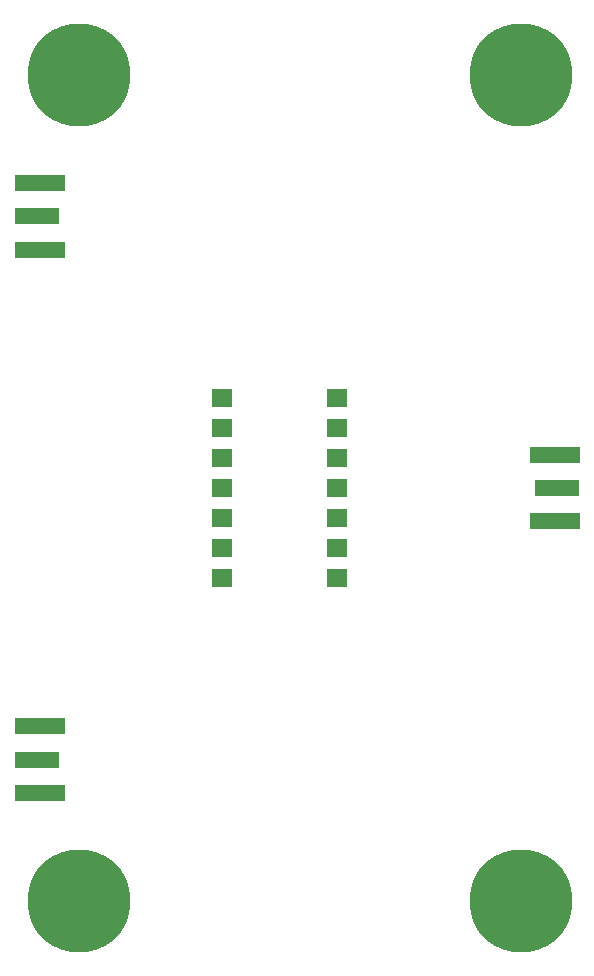
<source format=gbr>
%TF.GenerationSoftware,KiCad,Pcbnew,(5.1.6)-1*%
%TF.CreationDate,2020-10-09T05:33:10-04:00*%
%TF.ProjectId,RFID_PROJECT_PHASE-SHIFTER,52464944-5f50-4524-9f4a-4543545f5048,B*%
%TF.SameCoordinates,Original*%
%TF.FileFunction,Soldermask,Top*%
%TF.FilePolarity,Negative*%
%FSLAX46Y46*%
G04 Gerber Fmt 4.6, Leading zero omitted, Abs format (unit mm)*
G04 Created by KiCad (PCBNEW (5.1.6)-1) date 2020-10-09 05:33:10*
%MOMM*%
%LPD*%
G01*
G04 APERTURE LIST*
%ADD10C,1.000000*%
%ADD11C,8.700000*%
%ADD12R,1.700000X1.650000*%
%ADD13R,4.300000X1.450000*%
%ADD14R,3.700000X1.370000*%
G04 APERTURE END LIST*
D10*
%TO.C,H8*%
X173780419Y-125219581D03*
X171500000Y-124275000D03*
X169219581Y-125219581D03*
X168275000Y-127500000D03*
X169219581Y-129780419D03*
X171500000Y-130725000D03*
X173780419Y-129780419D03*
X174725000Y-127500000D03*
D11*
X171500000Y-127500000D03*
%TD*%
D10*
%TO.C,H7*%
X136280419Y-125219581D03*
X134000000Y-124275000D03*
X131719581Y-125219581D03*
X130775000Y-127500000D03*
X131719581Y-129780419D03*
X134000000Y-130725000D03*
X136280419Y-129780419D03*
X137225000Y-127500000D03*
D11*
X134000000Y-127500000D03*
%TD*%
D10*
%TO.C,H6*%
X173780419Y-55219581D03*
X171500000Y-54275000D03*
X169219581Y-55219581D03*
X168275000Y-57500000D03*
X169219581Y-59780419D03*
X171500000Y-60725000D03*
X173780419Y-59780419D03*
X174725000Y-57500000D03*
D11*
X171500000Y-57500000D03*
%TD*%
D10*
%TO.C,H5*%
X136280419Y-55219581D03*
X134000000Y-54275000D03*
X131719581Y-55219581D03*
X130775000Y-57500000D03*
X131719581Y-59780419D03*
X134000000Y-60725000D03*
X136280419Y-59780419D03*
X137225000Y-57500000D03*
D11*
X134000000Y-57500000D03*
%TD*%
D12*
%TO.C,U2*%
X146150000Y-100120000D03*
X155850000Y-100120000D03*
X146150000Y-97580000D03*
X155850000Y-97580000D03*
X146150000Y-95040000D03*
X155850000Y-95040000D03*
X146150000Y-92500000D03*
X155850000Y-92500000D03*
X146150000Y-89960000D03*
X155850000Y-89960000D03*
X146150000Y-87420000D03*
X155850000Y-87420000D03*
X146150000Y-84880000D03*
X155850000Y-84880000D03*
%TD*%
D13*
%TO.C,J5*%
X130700000Y-66675000D03*
X130700000Y-72325000D03*
D14*
X130500000Y-69500000D03*
%TD*%
D13*
%TO.C,J6*%
X130700000Y-112675000D03*
X130700000Y-118325000D03*
D14*
X130500000Y-115500000D03*
%TD*%
%TO.C,J7*%
X174500000Y-92500000D03*
D13*
X174300000Y-89675000D03*
X174300000Y-95325000D03*
%TD*%
M02*

</source>
